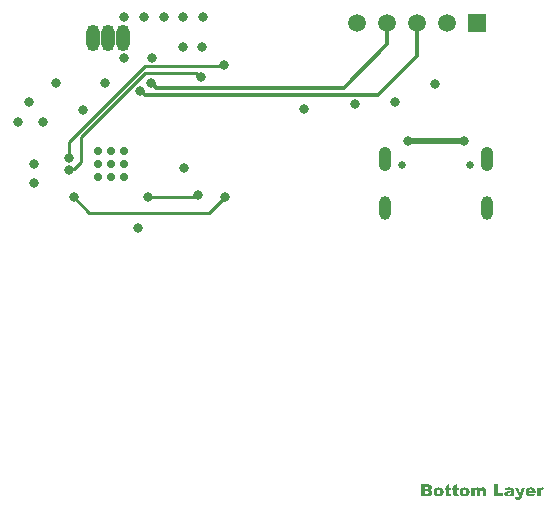
<source format=gbl>
G04*
G04 #@! TF.GenerationSoftware,Altium Limited,Altium Designer,24.3.1 (35)*
G04*
G04 Layer_Physical_Order=4*
G04 Layer_Color=16711680*
%FSLAX44Y44*%
%MOMM*%
G71*
G04*
G04 #@! TF.SameCoordinates,098D5FB4-7C3B-420D-97F8-BA0D52642CD7*
G04*
G04*
G04 #@! TF.FilePolarity,Positive*
G04*
G01*
G75*
%ADD10C,0.2500*%
%ADD12C,0.3000*%
%ADD32O,1.0500X2.1000*%
%ADD33O,1.0000X2.0000*%
%ADD55C,0.5000*%
%ADD57C,0.6500*%
%ADD58R,1.5000X1.5000*%
%ADD59C,1.5000*%
%ADD60O,1.1080X2.2600*%
%ADD61C,0.8000*%
%ADD62C,0.7000*%
G36*
X482923Y-210566D02*
X483020Y-210580D01*
X483131Y-210594D01*
X483408Y-210636D01*
X483699Y-210719D01*
X484004Y-210844D01*
X484157Y-210927D01*
X484309Y-211024D01*
X484448Y-211135D01*
X484573Y-211260D01*
X484587Y-211274D01*
X484601Y-211288D01*
X484628Y-211329D01*
X484684Y-211399D01*
X484725Y-211468D01*
X484781Y-211565D01*
X484850Y-211676D01*
X484906Y-211801D01*
X484975Y-211939D01*
X485031Y-212106D01*
X485086Y-212286D01*
X485141Y-212480D01*
X485183Y-212702D01*
X485211Y-212924D01*
X485225Y-213188D01*
X485239Y-213451D01*
Y-218055D01*
X482423D01*
Y-213867D01*
Y-213839D01*
Y-213784D01*
X482409Y-213701D01*
X482396Y-213590D01*
X482340Y-213340D01*
X482299Y-213229D01*
X482229Y-213132D01*
X482215Y-213118D01*
X482174Y-213077D01*
X482118Y-213007D01*
X482035Y-212938D01*
X481924Y-212869D01*
X481813Y-212799D01*
X481674Y-212758D01*
X481522Y-212744D01*
X481439D01*
X481342Y-212758D01*
X481231Y-212785D01*
X481106Y-212827D01*
X480967Y-212896D01*
X480842Y-212980D01*
X480718Y-213104D01*
X480704Y-213118D01*
X480676Y-213174D01*
X480620Y-213257D01*
X480579Y-213382D01*
X480523Y-213548D01*
X480468Y-213742D01*
X480440Y-213992D01*
X480426Y-214269D01*
Y-218055D01*
X477611D01*
Y-214020D01*
Y-213992D01*
Y-213936D01*
Y-213853D01*
Y-213756D01*
X477583Y-213534D01*
X477569Y-213437D01*
X477556Y-213368D01*
Y-213354D01*
X477542Y-213326D01*
X477514Y-213271D01*
X477486Y-213201D01*
X477375Y-213063D01*
X477237Y-212924D01*
X477223Y-212910D01*
X477195Y-212896D01*
X477153Y-212869D01*
X477084Y-212827D01*
X476931Y-212771D01*
X476834Y-212758D01*
X476723Y-212744D01*
X476640D01*
X476557Y-212758D01*
X476446Y-212785D01*
X476307Y-212841D01*
X476183Y-212896D01*
X476044Y-212993D01*
X475919Y-213118D01*
X475905Y-213132D01*
X475877Y-213188D01*
X475822Y-213271D01*
X475766Y-213409D01*
X475711Y-213576D01*
X475656Y-213784D01*
X475628Y-214034D01*
X475614Y-214325D01*
Y-218055D01*
X472799D01*
Y-210719D01*
X475420D01*
Y-211787D01*
X475448Y-211773D01*
X475517Y-211690D01*
X475628Y-211565D01*
X475766Y-211426D01*
X475947Y-211274D01*
X476141Y-211107D01*
X476335Y-210969D01*
X476557Y-210844D01*
X476585Y-210830D01*
X476668Y-210802D01*
X476779Y-210747D01*
X476945Y-210691D01*
X477153Y-210650D01*
X477389Y-210594D01*
X477666Y-210566D01*
X477958Y-210553D01*
X478096D01*
X478263Y-210566D01*
X478457Y-210594D01*
X478679Y-210636D01*
X478915Y-210691D01*
X479137Y-210761D01*
X479344Y-210872D01*
X479372Y-210885D01*
X479428Y-210927D01*
X479525Y-210996D01*
X479636Y-211107D01*
X479774Y-211232D01*
X479913Y-211399D01*
X480052Y-211579D01*
X480177Y-211801D01*
X480191Y-211787D01*
X480204Y-211773D01*
X480288Y-211690D01*
X480412Y-211565D01*
X480579Y-211412D01*
X480759Y-211246D01*
X480967Y-211080D01*
X481175Y-210927D01*
X481383Y-210816D01*
X481411Y-210802D01*
X481480Y-210774D01*
X481591Y-210733D01*
X481758Y-210677D01*
X481952Y-210636D01*
X482174Y-210594D01*
X482437Y-210566D01*
X482728Y-210553D01*
X482839D01*
X482923Y-210566D01*
D02*
G37*
G36*
X533320D02*
X533487Y-210594D01*
X533695Y-210650D01*
X533931Y-210719D01*
X534180Y-210816D01*
X534458Y-210941D01*
X533584Y-212952D01*
X533556Y-212938D01*
X533501Y-212924D01*
X533417Y-212882D01*
X533293Y-212841D01*
X533043Y-212771D01*
X532918Y-212758D01*
X532793Y-212744D01*
X532696D01*
X532599Y-212771D01*
X532474Y-212799D01*
X532336Y-212855D01*
X532197Y-212938D01*
X532058Y-213049D01*
X531934Y-213201D01*
Y-213215D01*
X531920Y-213229D01*
X531892Y-213271D01*
X531864Y-213326D01*
X531836Y-213409D01*
X531795Y-213493D01*
X531753Y-213617D01*
X531726Y-213742D01*
X531684Y-213895D01*
X531642Y-214075D01*
X531601Y-214269D01*
X531573Y-214491D01*
X531545Y-214727D01*
X531517Y-214990D01*
X531504Y-215282D01*
Y-215601D01*
Y-218055D01*
X528674D01*
Y-210719D01*
X531309D01*
Y-211912D01*
X531323Y-211898D01*
X531351Y-211856D01*
X531379Y-211801D01*
X531448Y-211662D01*
X531545Y-211496D01*
X531670Y-211329D01*
X531795Y-211149D01*
X531934Y-210982D01*
X532086Y-210858D01*
X532100Y-210844D01*
X532155Y-210816D01*
X532239Y-210761D01*
X532363Y-210705D01*
X532502Y-210650D01*
X532682Y-210594D01*
X532877Y-210566D01*
X533085Y-210553D01*
X533195D01*
X533320Y-210566D01*
D02*
G37*
G36*
X515486Y-218555D02*
Y-218568D01*
X515458Y-218610D01*
X515430Y-218679D01*
X515402Y-218763D01*
X515361Y-218874D01*
X515305Y-218998D01*
X515167Y-219276D01*
X515014Y-219581D01*
X514848Y-219872D01*
X514667Y-220149D01*
X514570Y-220260D01*
X514473Y-220357D01*
X514459Y-220371D01*
X514445Y-220385D01*
X514390Y-220413D01*
X514334Y-220455D01*
X514251Y-220510D01*
X514168Y-220565D01*
X514043Y-220621D01*
X513918Y-220690D01*
X513766Y-220746D01*
X513600Y-220815D01*
X513419Y-220871D01*
X513225Y-220912D01*
X513003Y-220968D01*
X512767Y-220995D01*
X512518Y-221009D01*
X512240Y-221023D01*
X512060D01*
X511977Y-221009D01*
X511880D01*
X511783Y-220995D01*
X511658D01*
X511505Y-220982D01*
X511353Y-220968D01*
X511186Y-220954D01*
X511006Y-220940D01*
X510798Y-220912D01*
X510590Y-220884D01*
X510354Y-220857D01*
X510146Y-218887D01*
X510160D01*
X510174Y-218901D01*
X510257Y-218915D01*
X510368Y-218943D01*
X510535Y-218985D01*
X510743Y-219026D01*
X510965Y-219054D01*
X511214Y-219068D01*
X511492Y-219082D01*
X511575D01*
X511672Y-219068D01*
X511783Y-219054D01*
X511908Y-219026D01*
X512046Y-218985D01*
X512171Y-218929D01*
X512296Y-218846D01*
X512310Y-218832D01*
X512351Y-218804D01*
X512407Y-218749D01*
X512476Y-218666D01*
X512559Y-218555D01*
X512643Y-218416D01*
X512740Y-218249D01*
X512823Y-218055D01*
X509744Y-210719D01*
X512712D01*
X514224Y-215614D01*
X515638Y-210719D01*
X518412D01*
X515486Y-218555D01*
D02*
G37*
G36*
X505223Y-210566D02*
X505500D01*
X505833Y-210594D01*
X506166Y-210622D01*
X506499Y-210650D01*
X506804Y-210705D01*
X506846D01*
X506873Y-210719D01*
X506929Y-210733D01*
X507081Y-210774D01*
X507262Y-210830D01*
X507456Y-210913D01*
X507678Y-211010D01*
X507886Y-211135D01*
X508094Y-211288D01*
X508108Y-211301D01*
X508149Y-211343D01*
X508218Y-211412D01*
X508302Y-211523D01*
X508385Y-211648D01*
X508482Y-211801D01*
X508579Y-211967D01*
X508662Y-212175D01*
X508676Y-212203D01*
X508690Y-212272D01*
X508732Y-212383D01*
X508773Y-212522D01*
X508801Y-212688D01*
X508843Y-212869D01*
X508857Y-213063D01*
X508870Y-213257D01*
Y-216502D01*
Y-216530D01*
Y-216585D01*
Y-216682D01*
X508884Y-216793D01*
Y-216932D01*
X508898Y-217057D01*
X508912Y-217195D01*
X508926Y-217320D01*
Y-217334D01*
X508940Y-217376D01*
X508954Y-217431D01*
X508995Y-217514D01*
X509023Y-217625D01*
X509078Y-217750D01*
X509148Y-217903D01*
X509217Y-218055D01*
X506582D01*
Y-218041D01*
X506554Y-218014D01*
X506527Y-217958D01*
X506499Y-217903D01*
X506416Y-217750D01*
X506360Y-217625D01*
Y-217612D01*
Y-217598D01*
X506346Y-217556D01*
X506332Y-217514D01*
X506319Y-217445D01*
X506305Y-217362D01*
X506291Y-217265D01*
X506277Y-217154D01*
X506249Y-217182D01*
X506180Y-217237D01*
X506069Y-217334D01*
X505930Y-217445D01*
X505764Y-217584D01*
X505570Y-217709D01*
X505376Y-217820D01*
X505168Y-217917D01*
X505154D01*
X505140Y-217931D01*
X505098Y-217944D01*
X505029Y-217958D01*
X504959Y-217986D01*
X504876Y-218014D01*
X504668Y-218069D01*
X504419Y-218125D01*
X504127Y-218180D01*
X503795Y-218208D01*
X503434Y-218222D01*
X503309D01*
X503212Y-218208D01*
X503115D01*
X502976Y-218194D01*
X502685Y-218152D01*
X502366Y-218069D01*
X502033Y-217972D01*
X501714Y-217820D01*
X501576Y-217736D01*
X501437Y-217625D01*
X501423Y-217612D01*
X501409Y-217598D01*
X501326Y-217514D01*
X501229Y-217390D01*
X501104Y-217209D01*
X500979Y-216987D01*
X500868Y-216738D01*
X500785Y-216447D01*
X500771Y-216294D01*
X500757Y-216128D01*
Y-216114D01*
Y-216086D01*
Y-216044D01*
X500771Y-215989D01*
X500785Y-215836D01*
X500813Y-215642D01*
X500882Y-215420D01*
X500965Y-215185D01*
X501076Y-214963D01*
X501243Y-214755D01*
X501270Y-214727D01*
X501340Y-214671D01*
X501395Y-214616D01*
X501465Y-214574D01*
X501562Y-214519D01*
X501659Y-214450D01*
X501770Y-214380D01*
X501908Y-214325D01*
X502061Y-214255D01*
X502214Y-214186D01*
X502408Y-214117D01*
X502602Y-214061D01*
X502824Y-214006D01*
X503060Y-213950D01*
X503073D01*
X503129Y-213936D01*
X503212Y-213923D01*
X503323Y-213895D01*
X503448Y-213867D01*
X503587Y-213839D01*
X503919Y-213770D01*
X504266Y-213701D01*
X504599Y-213631D01*
X504765Y-213590D01*
X504904Y-213562D01*
X505029Y-213534D01*
X505126Y-213507D01*
X505154D01*
X505209Y-213479D01*
X505306Y-213451D01*
X505431Y-213409D01*
X505583Y-213354D01*
X505750Y-213298D01*
X505930Y-213229D01*
X506124Y-213160D01*
Y-213132D01*
Y-213077D01*
X506110Y-212980D01*
X506097Y-212882D01*
X506069Y-212758D01*
X506027Y-212633D01*
X505972Y-212536D01*
X505902Y-212439D01*
X505889Y-212425D01*
X505861Y-212411D01*
X505805Y-212369D01*
X505722Y-212328D01*
X505625Y-212300D01*
X505486Y-212258D01*
X505334Y-212244D01*
X505140Y-212231D01*
X505029D01*
X504904Y-212244D01*
X504751Y-212258D01*
X504585Y-212286D01*
X504405Y-212328D01*
X504238Y-212383D01*
X504100Y-212453D01*
X504086Y-212466D01*
X504058Y-212494D01*
X504002Y-212536D01*
X503947Y-212605D01*
X503878Y-212688D01*
X503808Y-212799D01*
X503739Y-212938D01*
X503670Y-213104D01*
X500979Y-212813D01*
Y-212799D01*
X500993Y-212785D01*
X501007Y-212702D01*
X501035Y-212577D01*
X501090Y-212411D01*
X501146Y-212244D01*
X501215Y-212064D01*
X501312Y-211884D01*
X501409Y-211717D01*
X501423Y-211704D01*
X501465Y-211648D01*
X501534Y-211565D01*
X501617Y-211468D01*
X501742Y-211357D01*
X501881Y-211246D01*
X502047Y-211121D01*
X502241Y-211010D01*
X502255Y-210996D01*
X502311Y-210969D01*
X502394Y-210927D01*
X502519Y-210885D01*
X502671Y-210830D01*
X502851Y-210774D01*
X503073Y-210719D01*
X503309Y-210677D01*
X503337D01*
X503378Y-210664D01*
X503434D01*
X503573Y-210636D01*
X503753Y-210608D01*
X503961Y-210594D01*
X504211Y-210566D01*
X504488Y-210553D01*
X505098D01*
X505223Y-210566D01*
D02*
G37*
G36*
X494988Y-215559D02*
X499870D01*
Y-218055D01*
X491854D01*
Y-207917D01*
X494988D01*
Y-215559D01*
D02*
G37*
G36*
X436602Y-207931D02*
X436727Y-207945D01*
X436866Y-207959D01*
X437032Y-207973D01*
X437198Y-208015D01*
X437559Y-208098D01*
X437934Y-208223D01*
X438114Y-208306D01*
X438294Y-208403D01*
X438461Y-208528D01*
X438613Y-208653D01*
X438627Y-208666D01*
X438641Y-208680D01*
X438682Y-208722D01*
X438738Y-208777D01*
X438793Y-208847D01*
X438863Y-208944D01*
X439015Y-209152D01*
X439154Y-209415D01*
X439279Y-209720D01*
X439334Y-209887D01*
X439376Y-210067D01*
X439390Y-210261D01*
X439403Y-210455D01*
Y-210469D01*
Y-210497D01*
Y-210539D01*
X439390Y-210608D01*
Y-210677D01*
X439376Y-210774D01*
X439334Y-210982D01*
X439265Y-211218D01*
X439168Y-211482D01*
X439029Y-211745D01*
X438835Y-211995D01*
X438821Y-212009D01*
X438766Y-212064D01*
X438682Y-212147D01*
X438558Y-212244D01*
X438405Y-212355D01*
X438225Y-212466D01*
X438003Y-212577D01*
X437753Y-212674D01*
X437767D01*
X437795Y-212688D01*
X437850Y-212702D01*
X437934Y-212730D01*
X438017Y-212758D01*
X438128Y-212785D01*
X438363Y-212882D01*
X438613Y-213007D01*
X438876Y-213160D01*
X439126Y-213354D01*
X439348Y-213576D01*
Y-213590D01*
X439376Y-213604D01*
X439403Y-213645D01*
X439431Y-213687D01*
X439515Y-213825D01*
X439612Y-214020D01*
X439709Y-214255D01*
X439792Y-214519D01*
X439847Y-214838D01*
X439875Y-215185D01*
Y-215198D01*
Y-215212D01*
Y-215254D01*
Y-215309D01*
X439861Y-215462D01*
X439833Y-215656D01*
X439778Y-215864D01*
X439723Y-216114D01*
X439625Y-216350D01*
X439501Y-216599D01*
X439487Y-216627D01*
X439431Y-216696D01*
X439348Y-216821D01*
X439237Y-216960D01*
X439098Y-217112D01*
X438932Y-217279D01*
X438724Y-217445D01*
X438502Y-217598D01*
X438488Y-217612D01*
X438433Y-217639D01*
X438336Y-217667D01*
X438197Y-217722D01*
X438031Y-217778D01*
X437836Y-217833D01*
X437587Y-217889D01*
X437309Y-217931D01*
X437268D01*
X437212Y-217944D01*
X437143D01*
X437060Y-217958D01*
X436963Y-217972D01*
X436741Y-217986D01*
X436505Y-218014D01*
X436269Y-218041D01*
X436075Y-218055D01*
X430500D01*
Y-207917D01*
X436505D01*
X436602Y-207931D01*
D02*
G37*
G36*
X523266Y-210566D02*
X523391D01*
X523543Y-210580D01*
X523723Y-210594D01*
X523904Y-210608D01*
X524292Y-210677D01*
X524708Y-210761D01*
X525110Y-210872D01*
X525304Y-210955D01*
X525485Y-211038D01*
X525499D01*
X525526Y-211066D01*
X525568Y-211093D01*
X525637Y-211121D01*
X525804Y-211232D01*
X525998Y-211385D01*
X526220Y-211579D01*
X526455Y-211815D01*
X526677Y-212106D01*
X526871Y-212425D01*
Y-212439D01*
X526899Y-212466D01*
X526913Y-212522D01*
X526955Y-212591D01*
X526982Y-212674D01*
X527024Y-212785D01*
X527066Y-212910D01*
X527121Y-213063D01*
X527163Y-213215D01*
X527204Y-213396D01*
X527246Y-213590D01*
X527288Y-213798D01*
X527315Y-214020D01*
X527343Y-214269D01*
X527357Y-214519D01*
Y-214782D01*
Y-215088D01*
X521712D01*
Y-215101D01*
Y-215115D01*
X521726Y-215198D01*
X521754Y-215323D01*
X521782Y-215462D01*
X521837Y-215628D01*
X521893Y-215795D01*
X521976Y-215961D01*
X522073Y-216100D01*
X522087Y-216114D01*
X522142Y-216169D01*
X522239Y-216252D01*
X522364Y-216336D01*
X522517Y-216419D01*
X522697Y-216502D01*
X522905Y-216558D01*
X523141Y-216571D01*
X523210D01*
X523293Y-216558D01*
X523391Y-216544D01*
X523515Y-216530D01*
X523654Y-216488D01*
X523793Y-216447D01*
X523931Y-216377D01*
X523945Y-216363D01*
X523973Y-216350D01*
X524015Y-216322D01*
X524084Y-216266D01*
X524153Y-216197D01*
X524236Y-216114D01*
X524334Y-216017D01*
X524431Y-215906D01*
X527204Y-216155D01*
X527191Y-216169D01*
X527177Y-216197D01*
X527135Y-216266D01*
X527093Y-216336D01*
X527024Y-216433D01*
X526955Y-216530D01*
X526774Y-216766D01*
X526553Y-217029D01*
X526289Y-217293D01*
X525984Y-217542D01*
X525831Y-217653D01*
X525665Y-217750D01*
X525651D01*
X525623Y-217764D01*
X525568Y-217792D01*
X525499Y-217820D01*
X525401Y-217861D01*
X525290Y-217903D01*
X525152Y-217944D01*
X524999Y-217986D01*
X524833Y-218028D01*
X524639Y-218069D01*
X524431Y-218111D01*
X524195Y-218152D01*
X523945Y-218180D01*
X523682Y-218208D01*
X523391Y-218222D01*
X522850D01*
X522725Y-218208D01*
X522586Y-218194D01*
X522420D01*
X522253Y-218166D01*
X521879Y-218125D01*
X521504Y-218055D01*
X521130Y-217958D01*
X520950Y-217889D01*
X520783Y-217820D01*
X520769D01*
X520742Y-217806D01*
X520700Y-217778D01*
X520645Y-217736D01*
X520492Y-217639D01*
X520298Y-217501D01*
X520076Y-217320D01*
X519854Y-217098D01*
X519618Y-216821D01*
X519396Y-216516D01*
Y-216502D01*
X519369Y-216474D01*
X519341Y-216419D01*
X519313Y-216350D01*
X519272Y-216266D01*
X519230Y-216169D01*
X519175Y-216044D01*
X519133Y-215920D01*
X519077Y-215767D01*
X519022Y-215601D01*
X518939Y-215240D01*
X518883Y-214838D01*
X518856Y-214408D01*
Y-214394D01*
Y-214325D01*
X518869Y-214242D01*
Y-214117D01*
X518883Y-213978D01*
X518911Y-213812D01*
X518953Y-213617D01*
X518994Y-213409D01*
X519050Y-213201D01*
X519119Y-212966D01*
X519216Y-212744D01*
X519313Y-212508D01*
X519438Y-212272D01*
X519591Y-212050D01*
X519757Y-211828D01*
X519951Y-211620D01*
X519965Y-211607D01*
X520007Y-211579D01*
X520062Y-211523D01*
X520159Y-211454D01*
X520270Y-211371D01*
X520395Y-211288D01*
X520561Y-211190D01*
X520742Y-211080D01*
X520950Y-210982D01*
X521172Y-210885D01*
X521435Y-210802D01*
X521699Y-210719D01*
X521990Y-210650D01*
X522309Y-210594D01*
X522642Y-210566D01*
X523002Y-210553D01*
X523155D01*
X523266Y-210566D01*
D02*
G37*
G36*
X467390D02*
X467542D01*
X467723Y-210594D01*
X467945Y-210622D01*
X468167Y-210664D01*
X468430Y-210719D01*
X468694Y-210788D01*
X468957Y-210872D01*
X469234Y-210969D01*
X469512Y-211093D01*
X469789Y-211246D01*
X470039Y-211412D01*
X470288Y-211620D01*
X470510Y-211842D01*
X470524Y-211856D01*
X470552Y-211884D01*
X470593Y-211953D01*
X470649Y-212023D01*
X470718Y-212120D01*
X470802Y-212244D01*
X470885Y-212383D01*
X470968Y-212536D01*
X471051Y-212716D01*
X471134Y-212910D01*
X471218Y-213118D01*
X471287Y-213340D01*
X471342Y-213576D01*
X471384Y-213825D01*
X471412Y-214089D01*
X471426Y-214366D01*
Y-214380D01*
Y-214436D01*
X471412Y-214533D01*
Y-214644D01*
X471398Y-214796D01*
X471370Y-214963D01*
X471329Y-215157D01*
X471287Y-215351D01*
X471218Y-215573D01*
X471148Y-215795D01*
X471051Y-216031D01*
X470940Y-216266D01*
X470815Y-216488D01*
X470663Y-216724D01*
X470483Y-216946D01*
X470288Y-217154D01*
X470275Y-217168D01*
X470233Y-217195D01*
X470177Y-217251D01*
X470080Y-217320D01*
X469969Y-217404D01*
X469831Y-217487D01*
X469664Y-217584D01*
X469484Y-217681D01*
X469276Y-217792D01*
X469040Y-217889D01*
X468777Y-217972D01*
X468499Y-218055D01*
X468208Y-218125D01*
X467889Y-218180D01*
X467542Y-218208D01*
X467182Y-218222D01*
X467015D01*
X466891Y-218208D01*
X466738Y-218194D01*
X466558Y-218180D01*
X466364Y-218152D01*
X466156Y-218111D01*
X465698Y-218000D01*
X465462Y-217931D01*
X465227Y-217847D01*
X464977Y-217750D01*
X464755Y-217625D01*
X464519Y-217487D01*
X464311Y-217334D01*
X464297Y-217320D01*
X464256Y-217279D01*
X464186Y-217223D01*
X464103Y-217126D01*
X464006Y-217015D01*
X463895Y-216890D01*
X463770Y-216724D01*
X463646Y-216558D01*
X463521Y-216350D01*
X463396Y-216128D01*
X463285Y-215892D01*
X463188Y-215628D01*
X463105Y-215351D01*
X463035Y-215060D01*
X462994Y-214741D01*
X462980Y-214408D01*
Y-214394D01*
Y-214339D01*
X462994Y-214242D01*
Y-214131D01*
X463021Y-213992D01*
X463035Y-213825D01*
X463077Y-213631D01*
X463119Y-213437D01*
X463174Y-213215D01*
X463257Y-212993D01*
X463340Y-212771D01*
X463451Y-212536D01*
X463576Y-212300D01*
X463729Y-212078D01*
X463909Y-211856D01*
X464103Y-211648D01*
X464117Y-211634D01*
X464159Y-211607D01*
X464228Y-211551D01*
X464311Y-211482D01*
X464422Y-211399D01*
X464561Y-211301D01*
X464727Y-211204D01*
X464921Y-211093D01*
X465129Y-210996D01*
X465351Y-210899D01*
X465615Y-210802D01*
X465878Y-210719D01*
X466183Y-210650D01*
X466488Y-210594D01*
X466821Y-210566D01*
X467182Y-210553D01*
X467279D01*
X467390Y-210566D01*
D02*
G37*
G36*
X460442Y-210719D02*
X461995D01*
Y-212785D01*
X460442D01*
Y-215379D01*
Y-215393D01*
Y-215448D01*
Y-215531D01*
X460456Y-215628D01*
X460484Y-215836D01*
X460497Y-215933D01*
X460525Y-216003D01*
X460539Y-216017D01*
X460553Y-216031D01*
X460594Y-216072D01*
X460636Y-216114D01*
X460705Y-216155D01*
X460789Y-216183D01*
X460886Y-216211D01*
X461011Y-216225D01*
X461066D01*
X461135Y-216211D01*
X461232Y-216197D01*
X461357Y-216183D01*
X461510Y-216155D01*
X461690Y-216114D01*
X461884Y-216058D01*
X462092Y-218000D01*
X462078D01*
X462051Y-218014D01*
X461995D01*
X461912Y-218028D01*
X461815Y-218055D01*
X461718Y-218069D01*
X461593Y-218083D01*
X461454Y-218111D01*
X461149Y-218152D01*
X460816Y-218180D01*
X460484Y-218208D01*
X460137Y-218222D01*
X459970D01*
X459887Y-218208D01*
X459776D01*
X459554Y-218194D01*
X459305Y-218152D01*
X459055Y-218111D01*
X458805Y-218041D01*
X458597Y-217958D01*
X458570Y-217944D01*
X458514Y-217903D01*
X458431Y-217847D01*
X458320Y-217764D01*
X458195Y-217639D01*
X458070Y-217501D01*
X457959Y-217348D01*
X457862Y-217154D01*
X457849Y-217126D01*
X457821Y-217043D01*
X457807Y-216987D01*
X457793Y-216918D01*
X457765Y-216821D01*
X457751Y-216724D01*
X457724Y-216599D01*
X457696Y-216474D01*
X457682Y-216322D01*
X457668Y-216169D01*
X457654Y-215989D01*
X457640Y-215795D01*
X457627Y-215587D01*
Y-215365D01*
Y-212785D01*
X456586D01*
Y-210719D01*
X457627D01*
Y-209374D01*
X460442Y-207917D01*
Y-210719D01*
D02*
G37*
G36*
X454160D02*
X455713D01*
Y-212785D01*
X454160D01*
Y-215379D01*
Y-215393D01*
Y-215448D01*
Y-215531D01*
X454173Y-215628D01*
X454201Y-215836D01*
X454215Y-215933D01*
X454243Y-216003D01*
X454257Y-216017D01*
X454270Y-216031D01*
X454312Y-216072D01*
X454354Y-216114D01*
X454423Y-216155D01*
X454506Y-216183D01*
X454603Y-216211D01*
X454728Y-216225D01*
X454784D01*
X454853Y-216211D01*
X454950Y-216197D01*
X455075Y-216183D01*
X455227Y-216155D01*
X455408Y-216114D01*
X455602Y-216058D01*
X455810Y-218000D01*
X455796D01*
X455768Y-218014D01*
X455713D01*
X455630Y-218028D01*
X455532Y-218055D01*
X455435Y-218069D01*
X455311Y-218083D01*
X455172Y-218111D01*
X454867Y-218152D01*
X454534Y-218180D01*
X454201Y-218208D01*
X453854Y-218222D01*
X453688D01*
X453605Y-218208D01*
X453494D01*
X453272Y-218194D01*
X453022Y-218152D01*
X452773Y-218111D01*
X452523Y-218041D01*
X452315Y-217958D01*
X452287Y-217944D01*
X452232Y-217903D01*
X452149Y-217847D01*
X452038Y-217764D01*
X451913Y-217639D01*
X451788Y-217501D01*
X451677Y-217348D01*
X451580Y-217154D01*
X451566Y-217126D01*
X451538Y-217043D01*
X451525Y-216987D01*
X451511Y-216918D01*
X451483Y-216821D01*
X451469Y-216724D01*
X451441Y-216599D01*
X451413Y-216474D01*
X451400Y-216322D01*
X451386Y-216169D01*
X451372Y-215989D01*
X451358Y-215795D01*
X451344Y-215587D01*
Y-215365D01*
Y-212785D01*
X450304D01*
Y-210719D01*
X451344D01*
Y-209374D01*
X454160Y-207917D01*
Y-210719D01*
D02*
G37*
G36*
X445381Y-210566D02*
X445533D01*
X445714Y-210594D01*
X445936Y-210622D01*
X446157Y-210664D01*
X446421Y-210719D01*
X446684Y-210788D01*
X446948Y-210872D01*
X447225Y-210969D01*
X447503Y-211093D01*
X447780Y-211246D01*
X448030Y-211412D01*
X448279Y-211620D01*
X448501Y-211842D01*
X448515Y-211856D01*
X448543Y-211884D01*
X448584Y-211953D01*
X448640Y-212023D01*
X448709Y-212120D01*
X448792Y-212244D01*
X448876Y-212383D01*
X448959Y-212536D01*
X449042Y-212716D01*
X449125Y-212910D01*
X449208Y-213118D01*
X449278Y-213340D01*
X449333Y-213576D01*
X449375Y-213825D01*
X449403Y-214089D01*
X449417Y-214366D01*
Y-214380D01*
Y-214436D01*
X449403Y-214533D01*
Y-214644D01*
X449389Y-214796D01*
X449361Y-214963D01*
X449319Y-215157D01*
X449278Y-215351D01*
X449208Y-215573D01*
X449139Y-215795D01*
X449042Y-216031D01*
X448931Y-216266D01*
X448806Y-216488D01*
X448654Y-216724D01*
X448473Y-216946D01*
X448279Y-217154D01*
X448265Y-217168D01*
X448224Y-217195D01*
X448168Y-217251D01*
X448071Y-217320D01*
X447960Y-217404D01*
X447822Y-217487D01*
X447655Y-217584D01*
X447475Y-217681D01*
X447267Y-217792D01*
X447031Y-217889D01*
X446768Y-217972D01*
X446490Y-218055D01*
X446199Y-218125D01*
X445880Y-218180D01*
X445533Y-218208D01*
X445173Y-218222D01*
X445006D01*
X444882Y-218208D01*
X444729Y-218194D01*
X444549Y-218180D01*
X444355Y-218152D01*
X444146Y-218111D01*
X443689Y-218000D01*
X443453Y-217931D01*
X443217Y-217847D01*
X442968Y-217750D01*
X442746Y-217625D01*
X442510Y-217487D01*
X442302Y-217334D01*
X442288Y-217320D01*
X442247Y-217279D01*
X442177Y-217223D01*
X442094Y-217126D01*
X441997Y-217015D01*
X441886Y-216890D01*
X441761Y-216724D01*
X441636Y-216558D01*
X441511Y-216350D01*
X441387Y-216128D01*
X441276Y-215892D01*
X441179Y-215628D01*
X441096Y-215351D01*
X441026Y-215060D01*
X440984Y-214741D01*
X440971Y-214408D01*
Y-214394D01*
Y-214339D01*
X440984Y-214242D01*
Y-214131D01*
X441012Y-213992D01*
X441026Y-213825D01*
X441068Y-213631D01*
X441109Y-213437D01*
X441165Y-213215D01*
X441248Y-212993D01*
X441331Y-212771D01*
X441442Y-212536D01*
X441567Y-212300D01*
X441720Y-212078D01*
X441900Y-211856D01*
X442094Y-211648D01*
X442108Y-211634D01*
X442150Y-211607D01*
X442219Y-211551D01*
X442302Y-211482D01*
X442413Y-211399D01*
X442552Y-211301D01*
X442718Y-211204D01*
X442912Y-211093D01*
X443120Y-210996D01*
X443342Y-210899D01*
X443606Y-210802D01*
X443869Y-210719D01*
X444174Y-210650D01*
X444479Y-210594D01*
X444812Y-210566D01*
X445173Y-210553D01*
X445270D01*
X445381Y-210566D01*
D02*
G37*
%LPC*%
G36*
X506124Y-214574D02*
X506097Y-214588D01*
X506027Y-214602D01*
X505902Y-214644D01*
X505750Y-214699D01*
X505570Y-214755D01*
X505362Y-214824D01*
X505140Y-214879D01*
X504904Y-214949D01*
X504890D01*
X504862Y-214963D01*
X504821Y-214977D01*
X504765Y-214990D01*
X504613Y-215032D01*
X504446Y-215088D01*
X504252Y-215157D01*
X504072Y-215226D01*
X503919Y-215309D01*
X503864Y-215351D01*
X503808Y-215393D01*
X503795Y-215406D01*
X503767Y-215434D01*
X503739Y-215476D01*
X503697Y-215545D01*
X503614Y-215698D01*
X503587Y-215795D01*
X503573Y-215906D01*
Y-215920D01*
Y-215961D01*
X503587Y-216017D01*
X503600Y-216100D01*
X503628Y-216183D01*
X503670Y-216280D01*
X503725Y-216363D01*
X503795Y-216447D01*
X503808Y-216460D01*
X503836Y-216474D01*
X503892Y-216516D01*
X503975Y-216544D01*
X504072Y-216585D01*
X504183Y-216627D01*
X504322Y-216641D01*
X504488Y-216655D01*
X504571D01*
X504654Y-216641D01*
X504779Y-216627D01*
X504904Y-216599D01*
X505056Y-216558D01*
X505209Y-216502D01*
X505362Y-216433D01*
X505376Y-216419D01*
X505431Y-216391D01*
X505500Y-216350D01*
X505597Y-216280D01*
X505681Y-216197D01*
X505778Y-216114D01*
X505875Y-216003D01*
X505944Y-215892D01*
X505958Y-215878D01*
X505972Y-215836D01*
X506000Y-215753D01*
X506041Y-215656D01*
X506069Y-215531D01*
X506097Y-215393D01*
X506110Y-215226D01*
X506124Y-215032D01*
Y-214574D01*
D02*
G37*
G36*
X435049Y-209970D02*
X433662D01*
Y-211898D01*
X435146D01*
X435271Y-211884D01*
X435423Y-211870D01*
X435590Y-211842D01*
X435770Y-211787D01*
X435923Y-211731D01*
X436047Y-211648D01*
X436061Y-211634D01*
X436089Y-211607D01*
X436144Y-211537D01*
X436200Y-211468D01*
X436241Y-211357D01*
X436297Y-211232D01*
X436325Y-211080D01*
X436339Y-210913D01*
Y-210899D01*
Y-210844D01*
X436325Y-210761D01*
X436297Y-210664D01*
X436269Y-210553D01*
X436214Y-210428D01*
X436144Y-210317D01*
X436047Y-210220D01*
X436034Y-210206D01*
X435992Y-210178D01*
X435923Y-210137D01*
X435812Y-210095D01*
X435673Y-210053D01*
X435507Y-210012D01*
X435299Y-209984D01*
X435049Y-209970D01*
D02*
G37*
G36*
X435257Y-213825D02*
X433662D01*
Y-215878D01*
X435396D01*
X435534Y-215864D01*
X435714Y-215836D01*
X435895Y-215809D01*
X436089Y-215767D01*
X436269Y-215698D01*
X436408Y-215601D01*
X436422Y-215587D01*
X436463Y-215545D01*
X436519Y-215476D01*
X436574Y-215393D01*
X436630Y-215282D01*
X436685Y-215143D01*
X436727Y-214990D01*
X436741Y-214824D01*
Y-214810D01*
Y-214755D01*
X436727Y-214671D01*
X436699Y-214561D01*
X436658Y-214450D01*
X436602Y-214339D01*
X436519Y-214214D01*
X436408Y-214103D01*
X436394Y-214089D01*
X436339Y-214061D01*
X436255Y-214020D01*
X436144Y-213964D01*
X435978Y-213909D01*
X435784Y-213867D01*
X435548Y-213839D01*
X435257Y-213825D01*
D02*
G37*
G36*
X523113Y-212217D02*
X523085D01*
X523002Y-212231D01*
X522877Y-212244D01*
X522725Y-212286D01*
X522558Y-212342D01*
X522378Y-212439D01*
X522212Y-212577D01*
X522045Y-212758D01*
X522031Y-212771D01*
X522004Y-212813D01*
X521962Y-212896D01*
X521907Y-213007D01*
X521851Y-213146D01*
X521796Y-213312D01*
X521740Y-213507D01*
X521712Y-213742D01*
X524500D01*
Y-213728D01*
Y-213701D01*
X524486Y-213659D01*
Y-213604D01*
X524458Y-213465D01*
X524417Y-213285D01*
X524361Y-213104D01*
X524278Y-212910D01*
X524181Y-212730D01*
X524056Y-212577D01*
X524042Y-212563D01*
X523987Y-212522D01*
X523918Y-212466D01*
X523807Y-212397D01*
X523668Y-212328D01*
X523502Y-212272D01*
X523321Y-212231D01*
X523113Y-212217D01*
D02*
G37*
G36*
X467210Y-212494D02*
X467182D01*
X467113Y-212508D01*
X467002Y-212522D01*
X466849Y-212550D01*
X466697Y-212619D01*
X466530Y-212702D01*
X466350Y-212813D01*
X466197Y-212980D01*
X466183Y-213007D01*
X466142Y-213063D01*
X466072Y-213174D01*
X466003Y-213340D01*
X465920Y-213534D01*
X465864Y-213784D01*
X465809Y-214075D01*
X465795Y-214408D01*
Y-214422D01*
Y-214450D01*
Y-214505D01*
Y-214574D01*
X465809Y-214644D01*
X465823Y-214741D01*
X465851Y-214963D01*
X465892Y-215198D01*
X465961Y-215434D01*
X466059Y-215670D01*
X466183Y-215864D01*
X466197Y-215878D01*
X466253Y-215933D01*
X466350Y-216003D01*
X466461Y-216086D01*
X466613Y-216183D01*
X466780Y-216252D01*
X466974Y-216308D01*
X467196Y-216322D01*
X467224D01*
X467293Y-216308D01*
X467404Y-216294D01*
X467556Y-216266D01*
X467709Y-216211D01*
X467875Y-216128D01*
X468042Y-216017D01*
X468194Y-215864D01*
X468208Y-215836D01*
X468264Y-215781D01*
X468319Y-215670D01*
X468402Y-215504D01*
X468472Y-215296D01*
X468541Y-215046D01*
X468583Y-214741D01*
X468596Y-214380D01*
Y-214366D01*
Y-214339D01*
Y-214283D01*
Y-214228D01*
X468583Y-214061D01*
X468541Y-213853D01*
X468499Y-213617D01*
X468430Y-213382D01*
X468333Y-213160D01*
X468194Y-212966D01*
X468180Y-212952D01*
X468125Y-212896D01*
X468042Y-212813D01*
X467917Y-212730D01*
X467778Y-212647D01*
X467612Y-212563D01*
X467418Y-212508D01*
X467210Y-212494D01*
D02*
G37*
G36*
X445201D02*
X445173D01*
X445103Y-212508D01*
X444992Y-212522D01*
X444840Y-212550D01*
X444687Y-212619D01*
X444521Y-212702D01*
X444341Y-212813D01*
X444188Y-212980D01*
X444174Y-213007D01*
X444133Y-213063D01*
X444063Y-213174D01*
X443994Y-213340D01*
X443911Y-213534D01*
X443855Y-213784D01*
X443800Y-214075D01*
X443786Y-214408D01*
Y-214422D01*
Y-214450D01*
Y-214505D01*
Y-214574D01*
X443800Y-214644D01*
X443814Y-214741D01*
X443841Y-214963D01*
X443883Y-215198D01*
X443952Y-215434D01*
X444049Y-215670D01*
X444174Y-215864D01*
X444188Y-215878D01*
X444244Y-215933D01*
X444341Y-216003D01*
X444452Y-216086D01*
X444604Y-216183D01*
X444771Y-216252D01*
X444965Y-216308D01*
X445187Y-216322D01*
X445214D01*
X445284Y-216308D01*
X445395Y-216294D01*
X445547Y-216266D01*
X445700Y-216211D01*
X445866Y-216128D01*
X446033Y-216017D01*
X446185Y-215864D01*
X446199Y-215836D01*
X446255Y-215781D01*
X446310Y-215670D01*
X446393Y-215504D01*
X446463Y-215296D01*
X446532Y-215046D01*
X446573Y-214741D01*
X446587Y-214380D01*
Y-214366D01*
Y-214339D01*
Y-214283D01*
Y-214228D01*
X446573Y-214061D01*
X446532Y-213853D01*
X446490Y-213617D01*
X446421Y-213382D01*
X446324Y-213160D01*
X446185Y-212966D01*
X446171Y-212952D01*
X446116Y-212896D01*
X446033Y-212813D01*
X445908Y-212730D01*
X445769Y-212647D01*
X445603Y-212563D01*
X445409Y-212508D01*
X445201Y-212494D01*
D02*
G37*
%LPD*%
D10*
X136052Y59052D02*
X142000Y65000D01*
Y86000D01*
X133052Y59052D02*
X136052D01*
X132000Y58000D02*
X133052Y59052D01*
X136000Y35000D02*
X149000Y22000D01*
X251000D01*
X243312Y137000D02*
X244000D01*
X239785Y140527D02*
X243312Y137000D01*
X196527Y140527D02*
X239785D01*
X142000Y86000D02*
X196527Y140527D01*
X196482Y146226D02*
X262226D01*
X132000Y81744D02*
X196482Y146226D01*
X262226D02*
X263000Y147000D01*
X132000Y68000D02*
Y81744D01*
X237512Y35000D02*
X239512Y37000D01*
X199000Y35000D02*
X237512D01*
X239512Y37000D02*
X241000D01*
X251000Y22000D02*
X264000Y35000D01*
D12*
X365000Y128000D02*
X401600Y164600D01*
X206257Y128000D02*
X365000D01*
X401600Y164600D02*
Y183000D01*
X394000Y122000D02*
X427000Y155000D01*
X196257Y122000D02*
X394000D01*
X427000Y155000D02*
Y183000D01*
X202000Y132000D02*
X202257D01*
X206257Y128000D01*
X192000Y125000D02*
X193257D01*
X196257Y122000D01*
D32*
X486200Y67800D02*
D03*
X399800D02*
D03*
D33*
X486200Y26000D02*
D03*
X399800D02*
D03*
D55*
X419000Y83000D02*
X467000D01*
D57*
X414100Y62800D02*
D03*
X471900D02*
D03*
D58*
X477800Y183000D02*
D03*
D59*
X452400D02*
D03*
X427000D02*
D03*
X401600D02*
D03*
X376200D02*
D03*
D60*
X152400Y170099D02*
D03*
X177800D02*
D03*
X165100D02*
D03*
D61*
X98000Y116000D02*
D03*
X121000Y131900D02*
D03*
X136000Y35000D02*
D03*
X191000Y9000D02*
D03*
X331375Y110000D02*
D03*
X228375Y162000D02*
D03*
X202771Y153000D02*
D03*
X245500Y188000D02*
D03*
X228875D02*
D03*
X179000D02*
D03*
Y153000D02*
D03*
X195625Y188000D02*
D03*
X212250D02*
D03*
X245000Y162000D02*
D03*
X110000Y99000D02*
D03*
X89000D02*
D03*
X102500Y62900D02*
D03*
X244000Y137000D02*
D03*
X192000Y125000D02*
D03*
X202000Y132000D02*
D03*
X263000Y147000D02*
D03*
X374000Y114000D02*
D03*
X408000Y116000D02*
D03*
X442000Y131000D02*
D03*
X162950Y131950D02*
D03*
X144000Y109000D02*
D03*
X241000Y37000D02*
D03*
X229400Y60000D02*
D03*
X199000Y35000D02*
D03*
X102500Y47100D02*
D03*
X264000Y35000D02*
D03*
X467000Y83000D02*
D03*
X419000D02*
D03*
X132000Y58000D02*
D03*
Y68000D02*
D03*
D62*
X157000Y74000D02*
D03*
X168000D02*
D03*
X179000D02*
D03*
X157000Y63000D02*
D03*
X168000D02*
D03*
X179000D02*
D03*
X157000Y52000D02*
D03*
X168000D02*
D03*
X179000D02*
D03*
M02*

</source>
